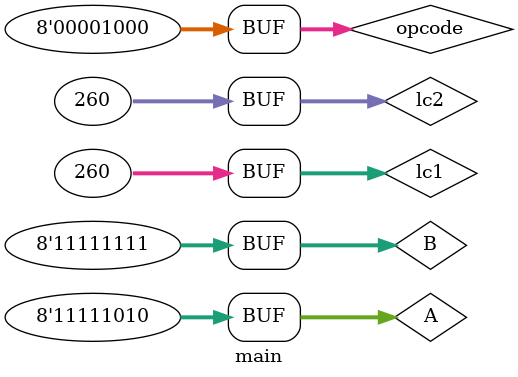
<source format=v>
`include "alu.v"
`include "register.v"

/*
OPCODES for ALU
0000 - ADD
X001 - XOR
X010 - AND
0011 - OR
1011 - NOR
X100 - SHL
X101 - SHR
X110 - ROL
X111 - ROR
1000 - SUB
*/

module main();
	reg  [7:0] A, B, opcode;
	wire [7:0] res, flag;
	integer lc0, lc1, lc2;
	
	ALU potato(res, flag, A, B, opcode[3:0]);
	initial begin
		$monitor("%d,%d - %d\t\t%d %d %d", flag[1], flag[0], res, A, B, opcode[3]);
		opcode = 8'b00001000;

		for(lc1 = 0; lc1 <= 255; lc1=lc1+10) begin
			for(lc2 = 0; lc2 <= 255; lc2=lc2+5) begin
				#1
				A = lc1;
				B = lc2;
			end
		end
	end
endmodule

</source>
